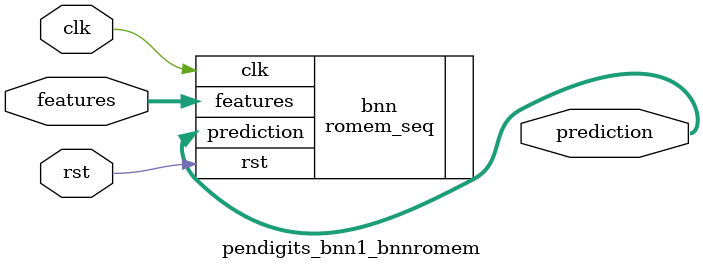
<source format=v>













module pendigits_bnn1_bnnromem #(

parameter FEAT_CNT = 16,
parameter HIDDEN_CNT = 40,
parameter FEAT_BITS = 4,
parameter CLASS_CNT = 10,
parameter TEST_CNT = 1000


  ) (
  input clk,
  input rst,
  input [FEAT_CNT*FEAT_BITS-1:0] features,
  output [$clog2(CLASS_CNT)-1:0] prediction
  );

  localparam Weights0 = 640'b0101101001100011101101101101100110110001000001111010010111001000110110101111010101010001111100000110101111111000111000001101101000000011010100101110100101011010010010111010010010010101010110001011110100100011010011100001101100010110101111011010111110110001101100101111010110110101000010011110111110000101010111111100000110010010001111011111101111010000010100000101100101001010000110110100001111101100101100000010101110100100001101111011101011100101011010100101001111001010000111010000011100001011000000000010111100000101001110001010010100011110010010100110001001001011111110000001011011101101010100011111000001001101000110100010101101000010 ;
  localparam Weights1 = 400'b0000100000101111101101100001011000110000011110110111101011101100111100000000000001011101010001011000011110000100011101100111000000001111010000000110111100001000010010110010110110100000011111111101000010001000011011000111010110000010000010110101011011010111100111100010101011111110110001011100011000001010100011000011111010001111111000101011111010000101001111000111000011011001011111000001101001000001 ;

  romem_seq #(.FEAT_CNT(FEAT_CNT),.FEAT_BITS(FEAT_BITS),.HIDDEN_CNT(HIDDEN_CNT),.CLASS_CNT(CLASS_CNT),.Weights0(Weights0),.Weights1(Weights1)) bnn (
    .clk(clk),
    .rst(rst),
    .features(features),
    .prediction(prediction)
  );

endmodule

</source>
